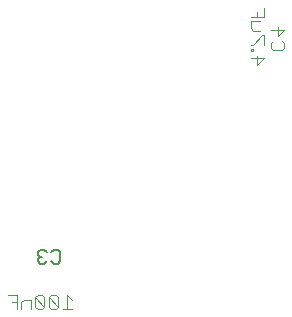
<source format=gbo>
G75*
%MOIN*%
%OFA0B0*%
%FSLAX24Y24*%
%IPPOS*%
%LPD*%
%AMOC8*
5,1,8,0,0,1.08239X$1,22.5*
%
%ADD10C,0.0050*%
%ADD11C,0.0040*%
D10*
X018435Y007780D02*
X018510Y007705D01*
X018660Y007705D01*
X018735Y007780D01*
X018896Y007780D02*
X018971Y007705D01*
X019121Y007705D01*
X019196Y007780D01*
X019196Y008080D01*
X019121Y008155D01*
X018971Y008155D01*
X018896Y008080D01*
X018735Y008080D02*
X018660Y008155D01*
X018510Y008155D01*
X018435Y008080D01*
X018435Y008005D01*
X018510Y007930D01*
X018435Y007855D01*
X018435Y007780D01*
X018510Y007930D02*
X018585Y007930D01*
D11*
X017740Y006660D02*
X017433Y006660D01*
X017587Y006430D02*
X017740Y006430D01*
X017894Y006430D02*
X017894Y006200D01*
X017740Y006200D02*
X017740Y006660D01*
X017894Y006430D02*
X017971Y006507D01*
X018201Y006507D01*
X018201Y006200D01*
X018354Y006277D02*
X018431Y006200D01*
X018584Y006200D01*
X018661Y006277D01*
X018354Y006584D01*
X018354Y006277D01*
X018354Y006584D02*
X018431Y006660D01*
X018584Y006660D01*
X018661Y006584D01*
X018661Y006277D01*
X018815Y006277D02*
X018815Y006584D01*
X019122Y006277D01*
X019045Y006200D01*
X018891Y006200D01*
X018815Y006277D01*
X019122Y006277D02*
X019122Y006584D01*
X019045Y006660D01*
X018891Y006660D01*
X018815Y006584D01*
X019275Y006200D02*
X019582Y006200D01*
X019429Y006200D02*
X019429Y006660D01*
X019582Y006507D01*
X025763Y014320D02*
X025763Y014627D01*
X025609Y014780D02*
X025533Y014780D01*
X025533Y014857D01*
X025609Y014857D01*
X025609Y014780D01*
X025609Y015011D02*
X025533Y015011D01*
X025609Y015011D02*
X025916Y015318D01*
X025993Y015318D01*
X025993Y015011D01*
X026204Y015050D02*
X026204Y014897D01*
X026281Y014820D01*
X026588Y014820D01*
X026664Y014897D01*
X026664Y015050D01*
X026588Y015127D01*
X026434Y015280D02*
X026434Y015587D01*
X026204Y015511D02*
X026664Y015511D01*
X026434Y015280D01*
X026281Y015127D02*
X026204Y015050D01*
X025993Y014550D02*
X025763Y014320D01*
X025533Y014550D02*
X025993Y014550D01*
X025840Y015471D02*
X025609Y015471D01*
X025533Y015548D01*
X025533Y015778D01*
X025840Y015778D01*
X025763Y015931D02*
X025763Y016085D01*
X025993Y015931D02*
X025993Y016238D01*
X025993Y015931D02*
X025533Y015931D01*
M02*

</source>
